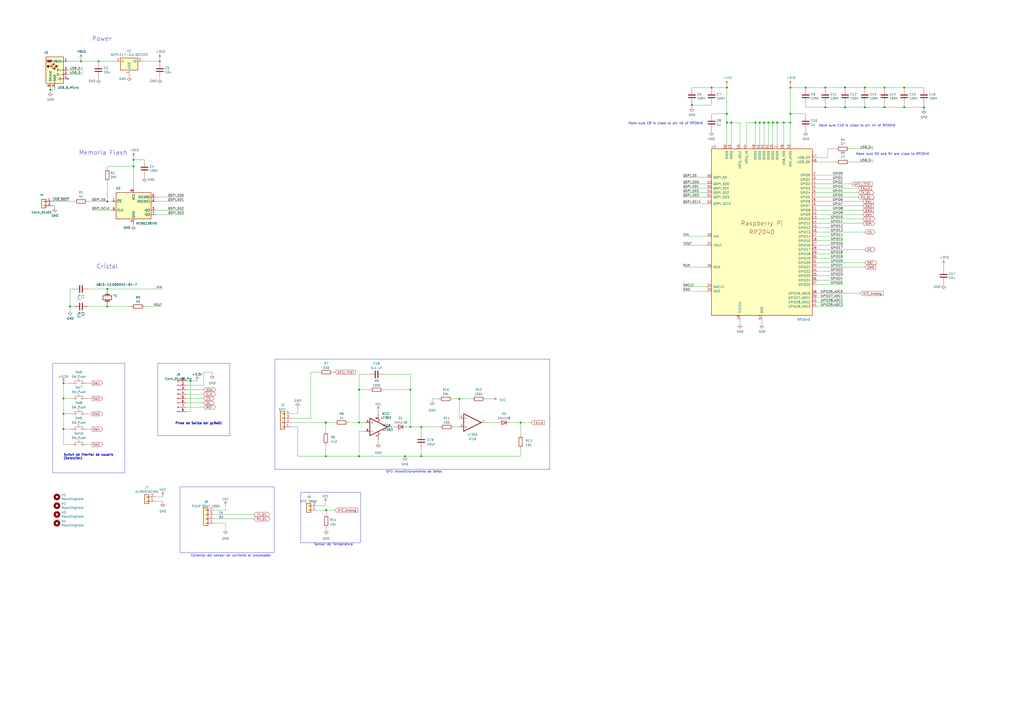
<source format=kicad_sch>
(kicad_sch (version 20230121) (generator eeschema)
  (paper "A2")
  (lib_symbols
    (symbol "Conn_01x20_Female_2" (pin_names (offset 1.016) hide)
      (property "Reference" "J2" (at 1.27 0.0001 0))
      (property "Value" "Conn_01x20_Female_2" (at 1.27 -2.5399 0))
      (symbol "Conn_01x20_Female_2_1_1"
        (pin passive line (at -5.08 -25.4 0) (length 3.81) (name "Pin_21") (number "21"))
        (pin passive line (at -5.08 -22.86 0) (length 3.81) (name "Pin_22") (number "22"))
        (pin passive line (at -5.08 -20.32 0) (length 3.81) (name "Pin_23") (number "23"))
        (pin passive line (at -5.08 -17.78 0) (length 3.81) (name "Pin_24") (number "24"))
        (pin passive line (at -5.08 -15.24 0) (length 3.81) (name "Pin_25") (number "25"))
        (pin passive line (at -5.08 -12.7 0) (length 3.81) (name "Pin_26") (number "26"))
        (pin passive line (at -5.08 -10.16 0) (length 3.81) (name "Pin_27") (number "27"))
        (pin passive line (at -5.08 -7.62 0) (length 3.81) (name "Pin_28") (number "28"))
        (pin passive line (at -5.08 -5.08 0) (length 3.81) (name "Pin_29") (number "29"))
        (pin passive line (at -5.08 -2.54 0) (length 3.81) (name "Pin_30") (number "30"))
        (pin passive line (at -5.08 0 0) (length 3.81) (name "Pin_31") (number "31"))
        (pin passive line (at -5.08 2.54 0) (length 3.81) (name "Pin_32") (number "32"))
        (pin passive line (at -5.08 5.08 0) (length 3.81) (name "Pin_33") (number "33"))
        (pin passive line (at -5.08 7.62 0) (length 3.81) (name "Pin_34") (number "34"))
        (pin passive line (at -5.08 10.16 0) (length 3.81) (name "Pin_35") (number "35"))
        (pin passive line (at -5.08 12.7 0) (length 3.81) (name "Pin_36") (number "36"))
        (pin passive line (at -5.08 15.24 0) (length 3.81) (name "Pin_37") (number "37"))
        (pin passive line (at -5.08 17.78 0) (length 3.81) (name "Pin_38") (number "38"))
        (pin passive line (at -5.08 20.32 0) (length 3.81) (name "Pin_39") (number "39"))
        (pin passive line (at -5.08 22.86 0) (length 3.81) (name "Pin_40") (number "40"))
      )
    )
    (symbol "Connector:Conn_01x08_Pin" (pin_names (offset 1.016) hide)
      (property "Reference" "J" (at 0 10.16 0))
      (property "Value" "Conn_01x08_Pin" (at 0 -12.7 0))
      (symbol "Conn_01x08_Pin_1_1"
        (pin passive line (at 5.08 7.62 180) (length 3.81) (name "Pin_1") (number "1"))
        (pin passive line (at 5.08 5.08 180) (length 3.81) (name "Pin_2") (number "2"))
        (pin passive line (at 5.08 2.54 180) (length 3.81) (name "Pin_3") (number "3"))
        (pin passive line (at 5.08 0 180) (length 3.81) (name "Pin_4") (number "4"))
        (pin passive line (at 5.08 -2.54 180) (length 3.81) (name "Pin_5") (number "5"))
        (pin passive line (at 5.08 -5.08 180) (length 3.81) (name "Pin_6") (number "6"))
        (pin passive line (at 5.08 -7.62 180) (length 3.81) (name "Pin_7") (number "7"))
        (pin passive line (at 5.08 -10.16 180) (length 3.81) (name "Pin_8") (number "8"))
      )
    )
    (symbol "Connector:Conn_01x20_Female" (pin_names (offset 1.016) hide)
      (property "Reference" "J" (at 0 25.4 0))
      (property "Value" "Conn_01x20_Female" (at 0 -27.94 0))
      (symbol "Conn_01x20_Female_1_1"
        (pin passive line (at -5.08 22.86 0) (length 3.81) (name "Pin_1") (number "1"))
        (pin passive line (at -5.08 0 0) (length 3.81) (name "Pin_10") (number "10"))
        (pin passive line (at -5.08 -2.54 0) (length 3.81) (name "Pin_11") (number "11"))
        (pin passive line (at -5.08 -5.08 0) (length 3.81) (name "Pin_12") (number "12"))
        (pin passive line (at -5.08 -7.62 0) (length 3.81) (name "Pin_13") (number "13"))
        (pin passive line (at -5.08 -10.16 0) (length 3.81) (name "Pin_14") (number "14"))
        (pin passive line (at -5.08 -12.7 0) (length 3.81) (name "Pin_15") (number "15"))
        (pin passive line (at -5.08 -15.24 0) (length 3.81) (name "Pin_16") (number "16"))
        (pin passive line (at -5.08 -17.78 0) (length 3.81) (name "Pin_17") (number "17"))
        (pin passive line (at -5.08 -20.32 0) (length 3.81) (name "Pin_18") (number "18"))
        (pin passive line (at -5.08 -22.86 0) (length 3.81) (name "Pin_19") (number "19"))
        (pin passive line (at -5.08 20.32 0) (length 3.81) (name "Pin_2") (number "2"))
        (pin passive line (at -5.08 -25.4 0) (length 3.81) (name "Pin_20") (number "20"))
        (pin passive line (at -5.08 17.78 0) (length 3.81) (name "Pin_3") (number "3"))
        (pin passive line (at -5.08 15.24 0) (length 3.81) (name "Pin_4") (number "4"))
        (pin passive line (at -5.08 12.7 0) (length 3.81) (name "Pin_5") (number "5"))
        (pin passive line (at -5.08 10.16 0) (length 3.81) (name "Pin_6") (number "6"))
        (pin passive line (at -5.08 7.62 0) (length 3.81) (name "Pin_7") (number "7"))
        (pin passive line (at -5.08 5.08 0) (length 3.81) (name "Pin_8") (number "8"))
        (pin passive line (at -5.08 2.54 0) (length 3.81) (name "Pin_9") (number "9"))
      )
    )
    (symbol "Connector_Generic:Conn_01x02" (pin_names (offset 1.016) hide)
      (property "Reference" "J" (at 0 2.54 0))
      (property "Value" "Conn_01x02" (at 0 -5.08 0))
      (symbol "Conn_01x02_1_1"
        (pin passive line (at -5.08 0 0) (length 3.81) (name "Pin_1") (number "1"))
        (pin passive line (at -5.08 -2.54 0) (length 3.81) (name "Pin_2") (number "2"))
      )
    )
    (symbol "Connector_Generic:Conn_01x04" (pin_names (offset 1.016) hide)
      (property "Reference" "J" (at 0 5.08 0))
      (property "Value" "Conn_01x04" (at 0 -7.62 0))
      (symbol "Conn_01x04_1_1"
        (pin passive line (at -5.08 2.54 0) (length 3.81) (name "Pin_1") (number "1"))
        (pin passive line (at -5.08 0 0) (length 3.81) (name "Pin_2") (number "2"))
        (pin passive line (at -5.08 -2.54 0) (length 3.81) (name "Pin_3") (number "3"))
        (pin passive line (at -5.08 -5.08 0) (length 3.81) (name "Pin_4") (number "4"))
      )
    )
    (symbol "Device:C" (pin_numbers hide) (pin_names (offset 0.254))
      (property "Reference" "C" (at 0.635 2.54 0))
      (property "Value" "C" (at 0.635 -2.54 0))
      (symbol "C_1_1"
        (pin passive line (at 0 3.81 270) (length 2.794) (name "~") (number "1"))
        (pin passive line (at 0 -3.81 90) (length 2.794) (name "~") (number "2"))
      )
    )
    (symbol "Device:Crystal" (pin_numbers hide) (pin_names (offset 1.016) hide)
      (property "Reference" "Y" (at 0 3.81 0))
      (property "Value" "Crystal" (at 0 -3.81 0))
      (symbol "Crystal_1_1"
        (pin passive line (at -3.81 0 0) (length 1.27) (name "1") (number "1"))
        (pin passive line (at 3.81 0 180) (length 1.27) (name "2") (number "2"))
      )
    )
    (symbol "Device:R" (pin_numbers hide) (pin_names (offset 0))
      (property "Reference" "R" (at 2.032 0 90))
      (property "Value" "R" (at 0 0 90))
      (symbol "R_1_1"
        (pin passive line (at 0 3.81 270) (length 1.27) (name "~") (number "1"))
        (pin passive line (at 0 -3.81 90) (length 1.27) (name "~") (number "2"))
      )
    )
    (symbol "Diode:1N4148" (pin_numbers hide) (pin_names hide)
      (property "Reference" "D" (at 0 2.54 0))
      (property "Value" "1N4148" (at 0 -2.54 0))
      (symbol "1N4148_1_1"
        (pin passive line (at -3.81 0 0) (length 2.54) (name "K") (number "1"))
        (pin passive line (at 3.81 0 180) (length 2.54) (name "A") (number "2"))
      )
    )
    (symbol "LF353:LF353" (pin_names (offset 1.016))
      (property "Reference" "IC" (at 0 0 0))
      (property "Value" "LF353" (at 0 0 0))
      (symbol "LF353_1_0"
        (text "V+" (at 1.27 3.175 900) (effects (font (size 0.8128 0.8128)) (justify left bottom)))
        (text "V-" (at 1.27 -4.445 900) (effects (font (size 0.8128 0.8128)) (justify left bottom)))
        (pin power_in line (at 0 -7.62 90) (length 5.08) (name "~") (number "4"))
        (pin power_in line (at 0 7.62 270) (length 5.08) (name "~") (number "8"))
      )
      (symbol "LF353_2_0"
        (pin output line (at 7.62 0 180) (length 2.54) (name "~") (number "1"))
        (pin input line (at -7.62 -2.54 0) (length 2.54) (name "~") (number "2"))
        (pin input line (at -7.62 2.54 0) (length 2.54) (name "~") (number "3"))
      )
      (symbol "LF353_3_0"
        (pin input line (at -7.62 2.54 0) (length 2.54) (name "~") (number "5"))
        (pin input line (at -7.62 -2.54 0) (length 2.54) (name "~") (number "6"))
        (pin output line (at 7.62 0 180) (length 2.54) (name "~") (number "7"))
      )
    )
    (symbol "MCU_RaspberryPi_RP2040:RP2040" (pin_names (offset 1.016))
      (property "Reference" "U" (at -29.21 49.53 0))
      (property "Value" "RP2040" (at 24.13 -49.53 0))
      (symbol "RP2040_0_0"
        (text "Raspberry Pi" (at 0 5.08 0) (effects (font (size 2.54 2.54))))
        (text "RP2040" (at 0 0 0) (effects (font (size 2.54 2.54))))
      )
      (symbol "RP2040_1_1"
        (pin power_in line (at 8.89 50.8 270) (length 2.54) (name "IOVDD") (number "1"))
        (pin power_in line (at 6.35 50.8 270) (length 2.54) (name "IOVDD") (number "10"))
        (pin bidirectional line (at 31.75 12.7 180) (length 2.54) (name "GPIO8") (number "11"))
        (pin bidirectional line (at 31.75 10.16 180) (length 2.54) (name "GPIO9") (number "12"))
        (pin bidirectional line (at 31.75 7.62 180) (length 2.54) (name "GPIO10") (number "13"))
        (pin bidirectional line (at 31.75 5.08 180) (length 2.54) (name "GPIO11") (number "14"))
        (pin bidirectional line (at 31.75 2.54 180) (length 2.54) (name "GPIO12") (number "15"))
        (pin bidirectional line (at 31.75 0 180) (length 2.54) (name "GPIO13") (number "16"))
        (pin bidirectional line (at 31.75 -2.54 180) (length 2.54) (name "GPIO14") (number "17"))
        (pin bidirectional line (at 31.75 -5.08 180) (length 2.54) (name "GPIO15") (number "18"))
        (pin passive line (at -12.7 -50.8 90) (length 2.54) (name "TESTEN") (number "19"))
        (pin bidirectional line (at 31.75 33.02 180) (length 2.54) (name "GPIO0") (number "2"))
        (pin input line (at -31.75 -2.54 0) (length 2.54) (name "XIN") (number "20"))
        (pin passive line (at -31.75 -7.62 0) (length 2.54) (name "XOUT") (number "21"))
        (pin power_in line (at 3.81 50.8 270) (length 2.54) (name "IOVDD") (number "22"))
        (pin power_in line (at -17.78 50.8 270) (length 2.54) (name "DVDD") (number "23"))
        (pin output line (at -31.75 -31.75 0) (length 2.54) (name "SWCLK") (number "24"))
        (pin bidirectional line (at -31.75 -34.29 0) (length 2.54) (name "SWD") (number "25"))
        (pin input line (at -31.75 -20.32 0) (length 2.54) (name "RUN") (number "26"))
        (pin bidirectional line (at 31.75 -7.62 180) (length 2.54) (name "GPIO16") (number "27"))
        (pin bidirectional line (at 31.75 -10.16 180) (length 2.54) (name "GPIO17") (number "28"))
        (pin bidirectional line (at 31.75 -12.7 180) (length 2.54) (name "GPIO18") (number "29"))
        (pin bidirectional line (at 31.75 30.48 180) (length 2.54) (name "GPIO1") (number "3"))
        (pin bidirectional line (at 31.75 -15.24 180) (length 2.54) (name "GPIO19") (number "30"))
        (pin bidirectional line (at 31.75 -17.78 180) (length 2.54) (name "GPIO20") (number "31"))
        (pin bidirectional line (at 31.75 -20.32 180) (length 2.54) (name "GPIO21") (number "32"))
        (pin power_in line (at 1.27 50.8 270) (length 2.54) (name "IOVDD") (number "33"))
        (pin bidirectional line (at 31.75 -22.86 180) (length 2.54) (name "GPIO22") (number "34"))
        (pin bidirectional line (at 31.75 -25.4 180) (length 2.54) (name "GPIO23") (number "35"))
        (pin bidirectional line (at 31.75 -27.94 180) (length 2.54) (name "GPIO24") (number "36"))
        (pin bidirectional line (at 31.75 -30.48 180) (length 2.54) (name "GPIO25") (number "37"))
        (pin bidirectional line (at 31.75 -35.56 180) (length 2.54) (name "GPIO26_ADC0") (number "38"))
        (pin bidirectional line (at 31.75 -38.1 180) (length 2.54) (name "GPIO27_ADC1") (number "39"))
        (pin bidirectional line (at 31.75 27.94 180) (length 2.54) (name "GPIO2") (number "4"))
        (pin bidirectional line (at 31.75 -40.64 180) (length 2.54) (name "GPIO28_ADC2") (number "40"))
        (pin bidirectional line (at 31.75 -43.18 180) (length 2.54) (name "GPIO29_ADC3") (number "41"))
        (pin power_in line (at -1.27 50.8 270) (length 2.54) (name "IOVDD") (number "42"))
        (pin power_in line (at 16.51 50.8 270) (length 2.54) (name "ADC_AVDD") (number "43"))
        (pin power_in line (at -8.89 50.8 270) (length 2.54) (name "VREG_IN") (number "44"))
        (pin power_out line (at -12.7 50.8 270) (length 2.54) (name "VREG_VOUT") (number "45"))
        (pin bidirectional line (at 31.75 40.64 180) (length 2.54) (name "USB_DM") (number "46"))
        (pin bidirectional line (at 31.75 43.18 180) (length 2.54) (name "USB_DP") (number "47"))
        (pin power_in line (at 12.7 50.8 270) (length 2.54) (name "USB_VDD") (number "48"))
        (pin power_in line (at -3.81 50.8 270) (length 2.54) (name "IOVDD") (number "49"))
        (pin bidirectional line (at 31.75 25.4 180) (length 2.54) (name "GPIO3") (number "5"))
        (pin power_in line (at -20.32 50.8 270) (length 2.54) (name "DVDD") (number "50"))
        (pin bidirectional line (at -31.75 20.32 0) (length 2.54) (name "QSPI_SD3") (number "51"))
        (pin output line (at -31.75 16.51 0) (length 2.54) (name "QSPI_SCLK") (number "52"))
        (pin bidirectional line (at -31.75 27.94 0) (length 2.54) (name "QSPI_SD0") (number "53"))
        (pin bidirectional line (at -31.75 22.86 0) (length 2.54) (name "QSPI_SD2") (number "54"))
        (pin bidirectional line (at -31.75 25.4 0) (length 2.54) (name "QSPI_SD1") (number "55"))
        (pin bidirectional line (at -31.75 31.75 0) (length 2.54) (name "QSPI_SS") (number "56"))
        (pin power_in line (at 0 -50.8 90) (length 2.54) (name "GND") (number "57"))
        (pin bidirectional line (at 31.75 22.86 180) (length 2.54) (name "GPIO4") (number "6"))
        (pin bidirectional line (at 31.75 20.32 180) (length 2.54) (name "GPIO5") (number "7"))
        (pin bidirectional line (at 31.75 17.78 180) (length 2.54) (name "GPIO6") (number "8"))
        (pin bidirectional line (at 31.75 15.24 180) (length 2.54) (name "GPIO7") (number "9"))
      )
    )
    (symbol "Mechanical:MountingHole" (pin_names (offset 1.016))
      (property "Reference" "H" (at 0 5.08 0))
      (property "Value" "MountingHole" (at 0 3.175 0))
    )
    (symbol "RP2040_minimal-rescue:USB_B_Micro-Connector" (pin_names (offset 1.016))
      (property "Reference" "J" (at -5.08 11.43 0))
      (property "Value" "Connector_USB_B_Micro" (at -5.08 8.89 0))
      (symbol "USB_B_Micro-Connector_1_1"
        (pin power_out line (at 7.62 5.08 180) (length 2.54) (name "VBUS") (number "1"))
        (pin passive line (at 7.62 -2.54 180) (length 2.54) (name "D-") (number "2"))
        (pin passive line (at 7.62 0 180) (length 2.54) (name "D+") (number "3"))
        (pin passive line (at 7.62 -5.08 180) (length 2.54) (name "ID") (number "4"))
        (pin power_out line (at 0 -10.16 90) (length 2.54) (name "GND") (number "5"))
        (pin passive line (at -2.54 -10.16 90) (length 2.54) (name "Shield") (number "6"))
      )
    )
    (symbol "RP2040_minimal-rescue:W25Q128JVS-Memory_Flash"
      (property "Reference" "U" (at -8.89 8.89 0))
      (property "Value" "Memory_Flash_W25Q128JVS" (at 7.62 8.89 0))
      (symbol "W25Q128JVS-Memory_Flash_1_1"
        (pin input line (at -12.7 2.54 0) (length 2.54) (name "~{CS}") (number "1"))
        (pin bidirectional line (at 12.7 2.54 180) (length 2.54) (name "DO(IO1)") (number "2"))
        (pin bidirectional line (at 12.7 -2.54 180) (length 2.54) (name "IO2") (number "3"))
        (pin power_in line (at 0 -10.16 90) (length 2.54) (name "GND") (number "4"))
        (pin bidirectional line (at 12.7 5.08 180) (length 2.54) (name "DI(IO0)") (number "5"))
        (pin input line (at -12.7 -2.54 0) (length 2.54) (name "CLK") (number "6"))
        (pin bidirectional line (at 12.7 -5.08 180) (length 2.54) (name "IO3") (number "7"))
        (pin power_in line (at 0 10.16 270) (length 2.54) (name "VCC") (number "8"))
      )
    )
    (symbol "Regulator_Linear:NCP1117-3.3_SOT223"
      (property "Reference" "U" (at -3.81 3.175 0))
      (property "Value" "NCP1117-3.3_SOT223" (at 0 3.175 0))
      (symbol "NCP1117-3.3_SOT223_1_1"
        (pin power_in line (at 0 -7.62 90) (length 2.54) (name "GND") (number "1"))
        (pin power_out line (at 7.62 0 180) (length 2.54) (name "VO") (number "2"))
        (pin power_in line (at -7.62 0 0) (length 2.54) (name "VI") (number "3"))
      )
    )
    (symbol "Switch:SW_Push" (pin_numbers hide) (pin_names (offset 1.016) hide)
      (property "Reference" "SW" (at 1.27 2.54 0))
      (property "Value" "SW_Push" (at 0 -1.524 0))
      (symbol "SW_Push_0_1"
        (pin passive line (at -5.08 0 0) (length 2.54) (name "1") (number "1"))
        (pin passive line (at 5.08 0 180) (length 2.54) (name "2") (number "2"))
      )
    )
    (symbol "power:+1V1" (power) (pin_names (offset 0))
      (property "Value" "+1V1" (at 0 3.556 0))
      (symbol "+1V1_1_1"
        (pin power_in line (at 0 0 90) (length 0) hide (name "+1V1") (number "1"))
      )
    )
    (symbol "power:+3.3V" (power) (pin_names (offset 0))
      (property "Value" "+3.3V" (at 0 3.556 0))
      (symbol "+3.3V_1_1"
        (pin power_in line (at 0 0 90) (length 0) hide (name "+3.3V") (number "1"))
      )
    )
    (symbol "power:+3V3" (power) (pin_names (offset 0))
      (property "Value" "+3V3" (at 0 3.556 0))
      (symbol "+3V3_1_1"
        (pin power_in line (at 0 0 90) (length 0) hide (name "+3V3") (number "1"))
      )
    )
    (symbol "power:+5V" (power) (pin_names (offset 0))
      (property "Value" "+5V" (at 0 3.556 0))
      (symbol "+5V_1_1"
        (pin power_in line (at 0 0 90) (length 0) hide (name "+5V") (number "1"))
      )
    )
    (symbol "power:GND" (power) (pin_names (offset 0))
      (property "Value" "GND" (at 0 -3.81 0))
      (symbol "GND_1_1"
        (pin power_in line (at 0 0 270) (length 0) hide (name "GND") (number "1"))
      )
    )
    (symbol "power:VBUS" (power) (pin_names (offset 0))
      (property "Value" "VBUS" (at 0 3.81 0))
      (symbol "VBUS_1_1"
        (pin power_in line (at 0 0 90) (length 0) hide (name "VBUS") (number "1"))
      )
    )
    (symbol "power:VCC" (power) (pin_names (offset 0))
      (property "Value" "VCC" (at 0 3.81 0))
      (symbol "VCC_1_1"
        (pin power_in line (at 0 0 90) (length 0) hide (name "VCC") (number "1"))
      )
    )
  )
  (junction (at 266.446 231.394))
  (junction (at 77.47 96.52))
  (junction (at 189.23 295.91))
  (junction (at 208.28 226.06))
  (junction (at 77.47 92.71))
  (junction (at 448.31 71.12))
  (junction (at 438.15 71.12))
  (junction (at 92.71 35.56))
  (junction (at 29.21 52.07))
  (junction (at 443.23 71.12))
  (junction (at 40.64 177.8))
  (junction (at 490.22 62.23))
  (junction (at 208.28 264.668))
  (junction (at 424.18 71.12))
  (junction (at 440.69 71.12))
  (junction (at 421.64 66.04))
  (junction (at 454.66 71.12))
  (junction (at 421.64 71.12))
  (junction (at 234.95 264.668))
  (junction (at 244.348 264.668))
  (junction (at 401.32 60.96))
  (junction (at 513.08 50.8))
  (junction (at 524.51 50.8))
  (junction (at 62.23 177.8))
  (junction (at 57.15 35.56))
  (junction (at 302.006 245.11))
  (junction (at 458.47 66.04))
  (junction (at 445.77 71.12))
  (junction (at 36.83 231.14))
  (junction (at 36.83 248.92))
  (junction (at 490.22 50.8))
  (junction (at 62.23 167.64))
  (junction (at 421.64 50.8))
  (junction (at 450.85 71.12))
  (junction (at 188.976 264.668))
  (junction (at 467.36 50.8))
  (junction (at 524.51 62.23))
  (junction (at 36.83 222.25))
  (junction (at 110.49 220.98))
  (junction (at 244.348 247.65))
  (junction (at 36.83 240.03))
  (junction (at 458.47 50.8))
  (junction (at 535.94 62.23))
  (junction (at 62.23 116.84))
  (junction (at 458.47 71.12))
  (junction (at 501.65 50.8))
  (junction (at 501.65 62.23))
  (junction (at 478.79 50.8))
  (junction (at 238.125 226.06))
  (junction (at 478.79 62.23))
  (junction (at 238.125 247.65))
  (junction (at 412.75 50.8))
  (junction (at 188.976 245.11))
  (junction (at 46.99 35.56))
  (junction (at 513.08 62.23))
  (junction (at 208.28 245.11))
  (no_connect (at 39.37 45.72))
  (wire (pts (xy 410.21 166.37) (xy 396.24 166.37)))
  (wire (pts (xy 852.17 523.24) (xy 852.17 524.51)))
  (wire (pts (xy 130.81 293.37) (xy 130.81 295.91)))
  (wire (pts (xy 401.32 52.07) (xy 401.32 50.8)))
  (wire (pts (xy 501.65 59.69) (xy 501.65 62.23)))
  (wire (pts (xy 501.65 62.23) (xy 490.22 62.23)))
  (wire (pts (xy 450.85 71.12) (xy 454.66 71.12)))
  (wire (pts (xy 36.83 240.03) (xy 36.83 248.92)))
  (wire (pts (xy 421.64 50.8) (xy 421.64 66.04)))
  (wire (pts (xy 118.11 223.52) (xy 118.11 215.9)))
  (wire (pts (xy 222.25 226.06) (xy 238.125 226.06)))
  (wire (pts (xy 473.71 170.18) (xy 499.11 170.18)))
  (wire (pts (xy 396.24 109.22) (xy 410.21 109.22)))
  (wire (pts (xy 222.25 217.17) (xy 238.125 217.17)))
  (wire (pts (xy 490.22 52.07) (xy 490.22 50.8)))
  (wire (pts (xy 189.23 306.07) (xy 189.23 307.34)))
  (wire (pts (xy 802.64 534.67) (xy 812.8 534.67)))
  (wire (pts (xy 40.64 177.8) (xy 40.64 180.34)))
  (wire (pts (xy 473.71 93.98) (xy 485.14 93.98)))
  (wire (pts (xy 208.28 226.06) (xy 208.28 217.17)))
  (wire (pts (xy 39.37 35.56) (xy 46.99 35.56)))
  (wire (pts (xy 74.93 43.18) (xy 74.93 44.45)))
  (wire (pts (xy 62.23 96.52) (xy 77.47 96.52)))
  (wire (pts (xy 473.71 175.26) (xy 488.95 175.26)))
  (wire (pts (xy 266.446 231.394) (xy 266.446 242.57)))
  (wire (pts (xy 36.83 231.14) (xy 36.83 222.25)))
  (wire (pts (xy 50.8 231.14) (xy 53.34 231.14)))
  (wire (pts (xy 473.71 152.4) (xy 501.65 152.4)))
  (wire (pts (xy 92.71 44.45) (xy 92.71 45.72)))
  (wire (pts (xy 859.79 527.05) (xy 855.98 527.05)))
  (wire (pts (xy 473.71 101.6) (xy 488.95 101.6)))
  (wire (pts (xy 401.32 59.69) (xy 401.32 60.96)))
  (wire (pts (xy 62.23 177.8) (xy 76.2 177.8)))
  (wire (pts (xy 302.006 245.11) (xy 308.102 245.11)))
  (wire (pts (xy 501.65 52.07) (xy 501.65 50.8)))
  (wire (pts (xy 107.95 228.6) (xy 118.11 228.6)))
  (wire (pts (xy 424.18 71.12) (xy 421.64 71.12)))
  (wire (pts (xy 410.21 118.11) (xy 396.24 118.11)))
  (wire (pts (xy 847.09 554.99) (xy 847.09 552.45)))
  (wire (pts (xy 107.95 226.06) (xy 118.11 226.06)))
  (wire (pts (xy 535.94 59.69) (xy 535.94 62.23)))
  (wire (pts (xy 473.71 154.94) (xy 501.65 154.94)))
  (wire (pts (xy 30.48 119.38) (xy 31.75 119.38)))
  (wire (pts (xy 806.45 516.89) (xy 812.8 516.89)))
  (wire (pts (xy 107.95 231.14) (xy 118.11 231.14)))
  (wire (pts (xy 473.71 114.3) (xy 497.84 114.3)))
  (wire (pts (xy 802.64 529.59) (xy 812.8 529.59)))
  (wire (pts (xy 53.34 121.92) (xy 64.77 121.92)))
  (wire (pts (xy 90.17 288.29) (xy 94.361 288.29)))
  (wire (pts (xy 473.71 134.62) (xy 501.65 134.62)))
  (wire (pts (xy 50.8 248.92) (xy 53.34 248.92)))
  (wire (pts (xy 473.71 106.68) (xy 494.03 106.68)))
  (wire (pts (xy 429.26 185.42) (xy 429.26 187.96)))
  (wire (pts (xy 188.976 245.11) (xy 194.31 245.11)))
  (wire (pts (xy 281.432 231.394) (xy 285.496 231.394)))
  (wire (pts (xy 39.37 43.18) (xy 48.26 43.18)))
  (wire (pts (xy 40.64 257.81) (xy 36.83 257.81)))
  (wire (pts (xy 62.23 168.91) (xy 62.23 167.64)))
  (wire (pts (xy 208.28 226.06) (xy 214.63 226.06)))
  (wire (pts (xy 83.82 101.6) (xy 83.82 102.87)))
  (wire (pts (xy 857.25 542.29) (xy 859.79 542.29)))
  (wire (pts (xy 803.91 519.43) (xy 812.8 519.43)))
  (wire (pts (xy 547.37 163.83) (xy 547.37 165.1)))
  (wire (pts (xy 467.36 50.8) (xy 478.79 50.8)))
  (wire (pts (xy 83.82 177.8) (xy 93.98 177.8)))
  (wire (pts (xy 396.24 137.16) (xy 410.21 137.16)))
  (wire (pts (xy 490.22 62.23) (xy 478.79 62.23)))
  (wire (pts (xy 547.37 153.67) (xy 547.37 156.21)))
  (wire (pts (xy 401.32 60.96) (xy 401.32 62.23)))
  (wire (pts (xy 445.77 71.12) (xy 448.31 71.12)))
  (wire (pts (xy 448.31 71.12) (xy 450.85 71.12)))
  (wire (pts (xy 168.91 247.65) (xy 172.72 247.65)))
  (wire (pts (xy 254.762 231.394) (xy 250.698 231.394)))
  (wire (pts (xy 524.51 62.23) (xy 513.08 62.23)))
  (wire (pts (xy 90.17 116.84) (xy 106.68 116.84)))
  (wire (pts (xy 296.164 245.11) (xy 302.006 245.11)))
  (wire (pts (xy 473.71 144.78) (xy 501.65 144.78)))
  (wire (pts (xy 124.46 300.99) (xy 147.32 300.99)))
  (wire (pts (xy 40.64 248.92) (xy 36.83 248.92)))
  (wire (pts (xy 40.64 231.14) (xy 36.83 231.14)))
  (wire (pts (xy 473.71 104.14) (xy 488.95 104.14)))
  (wire (pts (xy 433.07 71.12) (xy 438.15 71.12)))
  (wire (pts (xy 92.71 36.83) (xy 92.71 35.56)))
  (wire (pts (xy 396.24 111.76) (xy 410.21 111.76)))
  (wire (pts (xy 857.25 544.83) (xy 859.79 544.83)))
  (wire (pts (xy 842.01 539.75) (xy 859.79 539.75)))
  (wire (pts (xy 219.456 238.252) (xy 219.456 240.03)))
  (wire (pts (xy 802.64 537.21) (xy 812.8 537.21)))
  (wire (pts (xy 40.64 167.64) (xy 40.64 177.8)))
  (wire (pts (xy 302.006 245.11) (xy 302.006 252.476)))
  (wire (pts (xy 168.91 242.57) (xy 180.34 242.57)))
  (wire (pts (xy 458.47 50.8) (xy 467.36 50.8)))
  (wire (pts (xy 57.15 36.83) (xy 57.15 35.56)))
  (wire (pts (xy 478.79 59.69) (xy 478.79 62.23)))
  (wire (pts (xy 412.75 67.31) (xy 412.75 66.04)))
  (wire (pts (xy 787.4 539.75) (xy 812.8 539.75)))
  (wire (pts (xy 189.23 295.91) (xy 194.31 295.91)))
  (wire (pts (xy 440.69 83.82) (xy 440.69 71.12)))
  (wire (pts (xy 492.76 86.36) (xy 506.73 86.36)))
  (wire (pts (xy 410.21 102.87) (xy 396.24 102.87)))
  (wire (pts (xy 238.125 226.06) (xy 238.125 247.65)))
  (wire (pts (xy 441.96 185.42) (xy 441.96 187.96)))
  (wire (pts (xy 281.686 245.11) (xy 288.544 245.11)))
  (wire (pts (xy 847.09 552.45) (xy 859.79 552.45)))
  (wire (pts (xy 421.64 71.12) (xy 421.64 83.82)))
  (wire (pts (xy 234.95 264.668) (xy 244.348 264.668)))
  (wire (pts (xy 524.51 62.23) (xy 535.94 62.23)))
  (wire (pts (xy 180.34 215.9) (xy 180.34 242.57)))
  (wire (pts (xy 50.8 116.84) (xy 62.23 116.84)))
  (wire (pts (xy 855.98 523.24) (xy 852.17 523.24)))
  (wire (pts (xy 77.47 92.71) (xy 77.47 96.52)))
  (wire (pts (xy 443.23 71.12) (xy 445.77 71.12)))
  (wire (pts (xy 43.18 177.8) (xy 40.64 177.8)))
  (wire (pts (xy 473.71 139.7) (xy 488.95 139.7)))
  (wire (pts (xy 480.06 86.36) (xy 485.14 86.36)))
  (wire (pts (xy 412.75 50.8) (xy 421.64 50.8)))
  (wire (pts (xy 473.71 124.46) (xy 500.38 124.46)))
  (wire (pts (xy 473.71 111.76) (xy 497.84 111.76)))
  (wire (pts (xy 412.75 74.93) (xy 412.75 76.2)))
  (wire (pts (xy 458.47 66.04) (xy 467.36 66.04)))
  (wire (pts (xy 50.8 257.81) (xy 53.34 257.81)))
  (wire (pts (xy 110.49 238.76) (xy 110.49 220.98)))
  (wire (pts (xy 124.46 298.45) (xy 147.32 298.45)))
  (wire (pts (xy 57.15 44.45) (xy 57.15 45.72)))
  (wire (pts (xy 396.24 114.3) (xy 410.21 114.3)))
  (wire (pts (xy 172.72 264.668) (xy 188.976 264.668)))
  (wire (pts (xy 208.28 250.19) (xy 208.28 264.668)))
  (wire (pts (xy 211.963 245.11) (xy 208.28 245.11)))
  (wire (pts (xy 524.51 50.8) (xy 535.94 50.8)))
  (wire (pts (xy 473.71 109.22) (xy 497.84 109.22)))
  (wire (pts (xy 473.71 160.02) (xy 488.95 160.02)))
  (wire (pts (xy 244.348 264.668) (xy 302.006 264.668)))
  (wire (pts (xy 448.31 83.82) (xy 448.31 71.12)))
  (wire (pts (xy 807.72 552.45) (xy 812.8 552.45)))
  (wire (pts (xy 421.64 66.04) (xy 421.64 71.12)))
  (wire (pts (xy 83.82 93.98) (xy 83.82 92.71)))
  (wire (pts (xy 438.15 83.82) (xy 438.15 71.12)))
  (wire (pts (xy 43.18 116.84) (xy 30.48 116.84)))
  (wire (pts (xy 107.95 236.22) (xy 118.11 236.22)))
  (wire (pts (xy 208.28 264.668) (xy 234.95 264.668)))
  (wire (pts (xy 46.99 34.29) (xy 46.99 35.56)))
  (wire (pts (xy 124.46 303.53) (xy 130.81 303.53)))
  (wire (pts (xy 429.26 71.12) (xy 424.18 71.12)))
  (wire (pts (xy 513.08 50.8) (xy 524.51 50.8)))
  (wire (pts (xy 473.71 157.48) (xy 488.95 157.48)))
  (wire (pts (xy 480.06 86.36) (xy 480.06 91.44)))
  (wire (pts (xy 50.8 167.64) (xy 62.23 167.64)))
  (wire (pts (xy 473.71 116.84) (xy 500.38 116.84)))
  (wire (pts (xy 90.17 124.46) (xy 106.68 124.46)))
  (wire (pts (xy 473.71 119.38) (xy 500.38 119.38)))
  (wire (pts (xy 857.25 554.99) (xy 859.79 554.99)))
  (wire (pts (xy 107.95 233.68) (xy 118.11 233.68)))
  (wire (pts (xy 421.64 49.53) (xy 421.64 50.8)))
  (wire (pts (xy 236.22 247.65) (xy 238.125 247.65)))
  (wire (pts (xy 787.4 541.02) (xy 787.4 539.75)))
  (wire (pts (xy 31.75 50.8) (xy 31.75 52.07)))
  (wire (pts (xy 90.17 114.3) (xy 106.68 114.3)))
  (wire (pts (xy 302.006 264.668) (xy 302.006 260.096)))
  (wire (pts (xy 62.23 167.64) (xy 93.98 167.64)))
  (wire (pts (xy 188.976 250.444) (xy 188.976 245.11)))
  (wire (pts (xy 208.28 250.19) (xy 211.963 250.19)))
  (wire (pts (xy 31.75 119.38) (xy 31.75 120.65)))
  (wire (pts (xy 208.28 217.17) (xy 214.63 217.17)))
  (wire (pts (xy 478.79 50.8) (xy 490.22 50.8)))
  (wire (pts (xy 458.47 71.12) (xy 458.47 83.82)))
  (wire (pts (xy 396.24 106.68) (xy 410.21 106.68)))
  (wire (pts (xy 107.95 220.98) (xy 110.49 220.98)))
  (wire (pts (xy 473.71 165.1) (xy 488.95 165.1)))
  (wire (pts (xy 787.4 514.35) (xy 812.8 514.35)))
  (wire (pts (xy 473.71 177.8) (xy 488.95 177.8)))
  (wire (pts (xy 803.91 524.51) (xy 812.8 524.51)))
  (wire (pts (xy 855.98 532.13) (xy 859.79 532.13)))
  (wire (pts (xy 180.34 215.9) (xy 185.42 215.9)))
  (wire (pts (xy 467.36 67.31) (xy 467.36 66.04)))
  (wire (pts (xy 450.85 71.12) (xy 450.85 83.82)))
  (wire (pts (xy 238.125 217.17) (xy 238.125 226.06)))
  (wire (pts (xy 36.83 231.14) (xy 36.83 240.03)))
  (wire (pts (xy 184.15 295.91) (xy 189.23 295.91)))
  (wire (pts (xy 193.04 215.9) (xy 194.31 215.9)))
  (wire (pts (xy 90.17 121.92) (xy 106.68 121.92)))
  (wire (pts (xy 473.71 172.72) (xy 488.95 172.72)))
  (wire (pts (xy 29.21 52.07) (xy 29.21 53.34)))
  (wire (pts (xy 77.47 91.44) (xy 77.47 92.71)))
  (wire (pts (xy 424.18 83.82) (xy 424.18 71.12)))
  (wire (pts (xy 473.71 129.54) (xy 500.38 129.54)))
  (wire (pts (xy 412.75 52.07) (xy 412.75 50.8)))
  (wire (pts (xy 92.71 35.56) (xy 92.71 34.29)))
  (wire (pts (xy 36.83 248.92) (xy 36.83 257.81)))
  (wire (pts (xy 82.55 35.56) (xy 92.71 35.56)))
  (wire (pts (xy 94.488 290.83) (xy 90.17 290.83)))
  (wire (pts (xy 31.75 52.07) (xy 29.21 52.07)))
  (wire (pts (xy 50.8 240.03) (xy 53.34 240.03)))
  (wire (pts (xy 478.79 52.07) (xy 478.79 50.8)))
  (wire (pts (xy 492.76 93.98) (xy 506.73 93.98)))
  (wire (pts (xy 787.4 514.35) (xy 787.4 515.62)))
  (wire (pts (xy 43.18 167.64) (xy 40.64 167.64)))
  (wire (pts (xy 401.32 60.96) (xy 412.75 60.96)))
  (wire (pts (xy 238.125 247.65) (xy 244.348 247.65)))
  (wire (pts (xy 473.71 137.16) (xy 488.95 137.16)))
  (wire (pts (xy 803.91 521.97) (xy 812.8 521.97)))
  (wire (pts (xy 458.47 49.53) (xy 458.47 50.8)))
  (wire (pts (xy 787.4 527.05) (xy 812.8 527.05)))
  (wire (pts (xy 62.23 116.84) (xy 64.77 116.84)))
  (wire (pts (xy 855.98 527.05) (xy 855.98 523.24)))
  (wire (pts (xy 458.47 50.8) (xy 458.47 66.04)))
  (wire (pts (xy 438.15 71.12) (xy 440.69 71.12)))
  (wire (pts (xy 118.11 215.9) (xy 123.19 215.9)))
  (wire (pts (xy 130.81 295.91) (xy 124.46 295.91)))
  (wire (pts (xy 802.64 532.13) (xy 812.8 532.13)))
  (wire (pts (xy 802.64 549.91) (xy 812.8 549.91)))
  (wire (pts (xy 123.19 215.9) (xy 123.19 217.17)))
  (wire (pts (xy 473.71 162.56) (xy 488.95 162.56)))
  (wire (pts (xy 62.23 176.53) (xy 62.23 177.8)))
  (wire (pts (xy 50.8 177.8) (xy 62.23 177.8)))
  (wire (pts (xy 490.22 50.8) (xy 501.65 50.8)))
  (wire (pts (xy 473.71 147.32) (xy 488.95 147.32)))
  (wire (pts (xy 244.348 247.65) (xy 255.27 247.65)))
  (wire (pts (xy 188.849 291.719) (xy 188.849 293.37)))
  (wire (pts (xy 110.49 220.98) (xy 114.3 220.98)))
  (wire (pts (xy 40.64 240.03) (xy 36.83 240.03)))
  (wire (pts (xy 188.976 258.064) (xy 188.976 264.668)))
  (wire (pts (xy 188.976 264.668) (xy 208.28 264.668)))
  (wire (pts (xy 130.81 303.53) (xy 130.81 307.34)))
  (wire (pts (xy 842.01 541.02) (xy 842.01 539.75)))
  (wire (pts (xy 262.382 231.394) (xy 266.446 231.394)))
  (wire (pts (xy 168.91 245.11) (xy 188.976 245.11)))
  (wire (pts (xy 859.79 505.46) (xy 859.79 509.27)))
  (wire (pts (xy 244.348 247.65) (xy 244.348 251.968)))
  (wire (pts (xy 473.71 121.92) (xy 500.38 121.92)))
  (wire (pts (xy 94.488 291.465) (xy 94.488 290.83)))
  (wire (pts (xy 266.446 231.394) (xy 273.812 231.394)))
  (wire (pts (xy 410.21 168.91) (xy 396.24 168.91)))
  (wire (pts (xy 467.36 52.07) (xy 467.36 50.8)))
  (wire (pts (xy 244.348 259.588) (xy 244.348 264.668)))
  (wire (pts (xy 39.37 40.64) (xy 48.26 40.64)))
  (wire (pts (xy 168.91 240.03) (xy 172.72 240.03)))
  (wire (pts (xy 67.31 35.56) (xy 57.15 35.56)))
  (wire (pts (xy 524.51 52.07) (xy 524.51 50.8)))
  (wire (pts (xy 443.23 83.82) (xy 443.23 71.12)))
  (wire (pts (xy 513.08 52.07) (xy 513.08 50.8)))
  (wire (pts (xy 524.51 59.69) (xy 524.51 62.23)))
  (wire (pts (xy 433.07 83.82) (xy 433.07 71.12)))
  (wire (pts (xy 787.4 528.32) (xy 787.4 527.05)))
  (wire (pts (xy 473.71 149.86) (xy 488.95 149.86)))
  (wire (pts (xy 62.23 97.79) (xy 62.23 96.52)))
  (wire (pts (xy 807.72 554.99) (xy 807.72 552.45)))
  (wire (pts (xy 454.66 71.12) (xy 458.47 71.12)))
  (wire (pts (xy 501.65 50.8) (xy 513.08 50.8)))
  (wire (pts (xy 83.82 92.71) (xy 77.47 92.71)))
  (wire (pts (xy 46.99 35.56) (xy 57.15 35.56)))
  (wire (pts (xy 490.22 59.69) (xy 490.22 62.23)))
  (wire (pts (xy 513.08 59.69) (xy 513.08 62.23)))
  (wire (pts (xy 429.26 83.82) (xy 429.26 71.12)))
  (wire (pts (xy 454.66 83.82) (xy 454.66 71.12)))
  (wire (pts (xy 219.456 255.27) (xy 219.456 257.048)))
  (wire (pts (xy 535.94 62.23) (xy 535.94 63.5)))
  (wire (pts (xy 478.79 62.23) (xy 467.36 62.23)))
  (wire (pts (xy 473.71 91.44) (xy 480.06 91.44)))
  (wire (pts (xy 94.361 288.29) (xy 94.361 287.909)))
  (wire (pts (xy 412.75 66.04) (xy 421.64 66.04)))
  (wire (pts (xy 262.89 247.65) (xy 266.446 247.65)))
  (wire (pts (xy 401.32 50.8) (xy 412.75 50.8)))
  (wire (pts (xy 410.21 154.94) (xy 396.24 154.94)))
  (wire (pts (xy 802.64 544.83) (xy 812.8 544.83)))
  (wire (pts (xy 445.77 83.82) (xy 445.77 71.12)))
  (wire (pts (xy 184.15 293.37) (xy 188.849 293.37)))
  (wire (pts (xy 201.93 245.11) (xy 208.28 245.11)))
  (wire (pts (xy 513.08 62.23) (xy 501.65 62.23)))
  (wire (pts (xy 473.71 132.08) (xy 488.95 132.08)))
  (wire (pts (xy 29.21 50.8) (xy 29.21 52.07)))
  (wire (pts (xy 50.8 222.25) (xy 53.34 222.25)))
  (wire (pts (xy 107.95 238.76) (xy 110.49 238.76)))
  (wire (pts (xy 412.75 60.96) (xy 412.75 59.69)))
  (wire (pts (xy 535.94 52.07) (xy 535.94 50.8)))
  (wire (pts (xy 473.71 127) (xy 500.38 127)))
  (wire (pts (xy 250.698 231.394) (xy 250.698 232.664)))
  (wire (pts (xy 458.47 66.04) (xy 458.47 71.12)))
  (wire (pts (xy 172.72 240.03) (xy 172.72 236.22)))
  (wire (pts (xy 410.21 142.24) (xy 396.24 142.24)))
  (wire (pts (xy 77.47 129.54) (xy 77.47 130.81)))
  (wire (pts (xy 62.23 105.41) (xy 62.23 116.84)))
  (wire (pts (xy 467.36 59.69) (xy 467.36 62.23)))
  (wire (pts (xy 77.47 96.52) (xy 77.47 109.22)))
  (wire (pts (xy 189.23 298.45) (xy 189.23 295.91)))
  (wire (pts (xy 36.83 222.25) (xy 40.64 222.25)))
  (wire (pts (xy 440.69 71.12) (xy 443.23 71.12)))
  (wire (pts (xy 172.72 247.65) (xy 172.72 264.668)))
  (wire (pts (xy 473.71 142.24) (xy 488.95 142.24)))
  (wire (pts (xy 802.64 542.29) (xy 812.8 542.29)))
  (wire (pts (xy 107.95 223.52) (xy 118.11 223.52)))
  (wire (pts (xy 208.28 226.06) (xy 208.28 245.11)))
  (wire (pts (xy 467.36 74.93) (xy 467.36 76.2)))
  (wire (pts (xy 227.203 247.65) (xy 228.6 247.65)))
  (rectangle (start 91.44 210.82) (end 133.35 252.73))
  (rectangle (start 159.4612 208.3054) (end 318.8462 272.288))
  (rectangle (start 30.48 210.82) (end 72.39 274.32))
  (rectangle (start 781.05 499.11) (end 887.73 577.85))
  (rectangle (start 104.394 282.448) (end 159.004 320.548))
  (rectangle (start 174.371 285.496) (end 209.169 314.833))
  (text "RX" (at 127 300.99 0) (effects (font (size 1.27 1.27)) (justify left bottom)))
  (text "Power" (at 53.34 24.13 0) (effects (font (size 2.54 2.54)) (justify left bottom)))
  (text "Switch de interfaz de usuario\n(Selección)" (at 36.83 266.7 0) (effects (font (size 1.27 1.27) bold) (justify left bottom)))
  (text "Make sure C10 is close to pin 44 of RP2040" (at 474.98 73.66 0) (effects (font (size 1.27 1.27)) (justify left bottom)))
  (text "Make sure C8 is close to pin 45 of RP2040" (at 364.49 72.39 0) (effects (font (size 1.27 1.27)) (justify left bottom)))
  (text "GFCI Acondicionamiento de Señal" (at 223.9518 274.447 0) (effects (font (size 1.27 1.27)) (justify left bottom)))
  (text "Make sure R3 and R4 are close to RP2040" (at 496.57 90.17 0) (effects (font (size 1.27 1.27)) (justify left bottom)))
  (text "Sensor de Temperatura" (at 182.245 316.611 0) (effects (font (size 1.27 1.27)) (justify left bottom)))
  (text "Memoria Flash" (at 45.72 90.17 0) (effects (font (size 2.54 2.54)) (justify left bottom)))
  (text "Pines de Salida del gc9a01" (at 101.6 246.38 0) (effects (font (size 1.27 1.27) (thickness 0.254) bold) (justify left bottom)))
  (text "TX" (at 127 298.45 0) (effects (font (size 1.27 1.27)) (justify left bottom)))
  (text "Pines de salida del\nRaspberry pi pico.\n\nCon sus conexiones." (at 822.96 575.31 0) (effects (font (size 1.27 1.27) bold) (justify left bottom)))
  (text "Cristal" (at 55.88 156.21 0) (effects (font (size 2.54 2.54)) (justify left bottom)))
  (text "Conector del sensor de corriente al procesador" (at 110.744 323.088 0) (effects (font (size 1.27 1.27)) (justify left bottom)))
  (label "GPIO20" (at 488.95 152.4 180))
  (label "GPIO3" (at 488.95 109.22 180))
  (label "GPIO8" (at 488.95 121.92 180))
  (label "GPIO9" (at 488.95 124.46 180))
  (label "QSPI_SCLK" (at 53.34 121.92 0))
  (label "GPIO10" (at 488.95 127 180))
  (label "QSPI_SS" (at 396.24 102.87 0))
  (label "GPIO13" (at 488.95 134.62 180))
  (label "XIN" (at 396.24 137.16 0))
  (label "USB_D-" (at 48.26 43.18 180))
  (label "QSPI_SD1" (at 106.68 116.84 180))
  (label "GPIO14" (at 488.95 137.16 180))
  (label "GPIO29_ADC3" (at 488.95 177.8 180))
  (label "USB_D+" (at 48.26 40.64 180))
  (label "GPIO25" (at 488.95 165.1 180))
  (label "GPIO6" (at 488.95 116.84 180))
  (label "XOUT" (at 93.98 177.8 180))
  (label "GPIO12" (at 488.95 132.08 180))
  (label "GPIO17" (at 488.95 144.78 180))
  (label "QSPI_SD0" (at 396.24 106.68 0))
  (label "XOUT" (at 396.24 142.24 0))
  (label "GPIO18" (at 488.95 147.32 180))
  (label "GPIO1" (at 488.95 104.14 180))
  (label "QSPI_SD2" (at 106.68 121.92 180))
  (label "USB_D-" (at 506.73 93.98 180))
  (label "GPIO28_ADC2" (at 488.95 175.26 180))
  (label "GPIO2" (at 488.95 106.68 180))
  (label "GPIO5" (at 488.95 114.3 180))
  (label "GPIO22" (at 488.95 157.48 180))
  (label "GPIO16" (at 488.95 142.24 180))
  (label "QSPI_SD3" (at 106.68 124.46 180))
  (label "USB_D+" (at 506.73 86.36 180))
  (label "~{USB_BOOT}" (at 30.48 116.84 0))
  (label "QSPI_SS" (at 53.34 116.84 0))
  (label "SWD" (at 396.24 168.91 0))
  (label "GPIO7" (at 488.95 119.38 180))
  (label "GPIO0" (at 488.95 101.6 180))
  (label "RUN" (at 396.24 154.94 0))
  (label "GPIO21" (at 488.95 154.94 180))
  (label "GPIO23" (at 488.95 160.02 180))
  (label "GPIO27_ADC1" (at 488.95 172.72 180))
  (label "SWCLK" (at 396.24 166.37 0))
  (label "XIN" (at 93.98 167.64 180))
  (label "GPIO24" (at 488.95 162.56 180))
  (label "QSPI_SCLK" (at 396.24 118.11 0))
  (label "GPIO19" (at 488.95 149.86 180))
  (label "GPIO11" (at 488.95 129.54 180))
  (label "GPIO15" (at 488.95 139.7 180))
  (label "QSPI_SD1" (at 396.24 109.22 0))
  (label "QSPI_SD0" (at 106.68 114.3 180))
  (label "QSPI_SD2" (at 396.24 111.76 0))
  (label "GPIO26_ADC0" (at 488.95 170.18 180))
  (label "QSPI_SD3" (at 396.24 114.3 0))
  (label "GPIO4" (at 488.95 111.76 180))
  (global_label "CLK" (shape bidirectional) (at 802.64 542.29 180) (property "Intersheetrefs" "${INTERSHEET_REFS}" (effects hide)))
  (global_label "NTC_Analog" (shape input) (at 499.11 170.18 0) (property "Intersheetrefs" "${INTERSHEET_REFS}" (effects hide)))
  (global_label "SW2" (shape input) (at 500.38 119.38 0) (property "Intersheetrefs" "${INTERSHEET_REFS}" (effects hide)))
  (global_label "NTC_Analog" (shape input) (at 194.31 295.91 0) (property "Intersheetrefs" "${INTERSHEET_REFS}" (effects hide)))
  (global_label "CS" (shape bidirectional) (at 118.11 231.14 0) (property "Intersheetrefs" "${INTERSHEET_REFS}" (effects hide)))
  (global_label "GFCI_TEST" (shape input) (at 494.03 106.68 0) (property "Intersheetrefs" "${INTERSHEET_REFS}" (effects hide)))
  (global_label "SW5" (shape input) (at 857.25 542.29 180) (property "Intersheetrefs" "${INTERSHEET_REFS}" (effects hide)))
  (global_label "SW1" (shape output) (at 53.34 222.25 0) (property "Intersheetrefs" "${INTERSHEET_REFS}" (effects hide)))
  (global_label "SW5" (shape output) (at 53.34 257.81 0) (property "Intersheetrefs" "${INTERSHEET_REFS}" (effects hide)))
  (global_label "SW2" (shape input) (at 802.64 532.13 180) (property "Intersheetrefs" "${INTERSHEET_REFS}" (effects hide)))
  (global_label "GFCI_TEST" (shape input) (at 806.45 516.89 180) (property "Intersheetrefs" "${INTERSHEET_REFS}" (effects hide)))
  (global_label "SW4" (shape input) (at 802.64 537.21 180) (property "Intersheetrefs" "${INTERSHEET_REFS}" (effects hide)))
  (global_label "SW4" (shape output) (at 53.34 248.92 0) (property "Intersheetrefs" "${INTERSHEET_REFS}" (effects hide)))
  (global_label "FALLA" (shape input) (at 308.102 245.11 0) (property "Intersheetrefs" "${INTERSHEET_REFS}" (effects hide)))
  (global_label "GFCI_TEST" (shape input) (at 194.31 215.9 0) (property "Intersheetrefs" "${INTERSHEET_REFS}" (effects hide)))
  (global_label "CLK" (shape bidirectional) (at 500.38 127 0) (property "Intersheetrefs" "${INTERSHEET_REFS}" (effects hide)))
  (global_label "FALLA" (shape input) (at 497.84 109.22 0) (property "Intersheetrefs" "${INTERSHEET_REFS}" (effects hide)))
  (global_label "TX_01" (shape bidirectional) (at 803.91 521.97 180) (property "Intersheetrefs" "${INTERSHEET_REFS}" (effects hide)))
  (global_label "CS" (shape bidirectional) (at 501.65 134.62 0) (property "Intersheetrefs" "${INTERSHEET_REFS}" (effects hide)))
  (global_label "SW3" (shape input) (at 500.38 121.92 0) (property "Intersheetrefs" "${INTERSHEET_REFS}" (effects hide)))
  (global_label "SDA" (shape bidirectional) (at 118.11 226.06 0) (property "Intersheetrefs" "${INTERSHEET_REFS}" (effects hide)))
  (global_label "SW3" (shape input) (at 802.64 534.67 180) (property "Intersheetrefs" "${INTERSHEET_REFS}" (effects hide)))
  (global_label "DC" (shape bidirectional) (at 118.11 233.68 0) (property "Intersheetrefs" "${INTERSHEET_REFS}" (effects hide)))
  (global_label "TX_01" (shape bidirectional) (at 147.32 298.45 0) (property "Intersheetrefs" "${INTERSHEET_REFS}" (effects hide)))
  (global_label "SW1" (shape input) (at 802.64 529.59 180) (property "Intersheetrefs" "${INTERSHEET_REFS}" (effects hide)))
  (global_label "SDA" (shape bidirectional) (at 802.64 544.83 180) (property "Intersheetrefs" "${INTERSHEET_REFS}" (effects hide)))
  (global_label "NTC_Analog" (shape input) (at 855.98 532.13 180) (property "Intersheetrefs" "${INTERSHEET_REFS}" (effects hide)))
  (global_label "SW3" (shape output) (at 53.34 240.03 0) (property "Intersheetrefs" "${INTERSHEET_REFS}" (effects hide)))
  (global_label "SDA" (shape bidirectional) (at 500.38 129.54 0) (property "Intersheetrefs" "${INTERSHEET_REFS}" (effects hide)))
  (global_label "RST" (shape bidirectional) (at 857.25 544.83 180) (property "Intersheetrefs" "${INTERSHEET_REFS}" (effects hide)))
  (global_label "RST" (shape bidirectional) (at 118.11 236.22 0) (property "Intersheetrefs" "${INTERSHEET_REFS}" (effects hide)))
  (global_label "SW5" (shape input) (at 501.65 154.94 0) (property "Intersheetrefs" "${INTERSHEET_REFS}" (effects hide)))
  (global_label "SW2" (shape output) (at 53.34 231.14 0) (property "Intersheetrefs" "${INTERSHEET_REFS}" (effects hide)))
  (global_label "TX_01" (shape bidirectional) (at 497.84 111.76 0) (property "Intersheetrefs" "${INTERSHEET_REFS}" (effects hide)))
  (global_label "RST" (shape bidirectional) (at 501.65 152.4 0) (property "Intersheetrefs" "${INTERSHEET_REFS}" (effects hide)))
  (global_label "RX_01" (shape bidirectional) (at 497.84 114.3 0) (property "Intersheetrefs" "${INTERSHEET_REFS}" (effects hide)))
  (global_label "SW1" (shape input) (at 500.38 116.84 0) (property "Intersheetrefs" "${INTERSHEET_REFS}" (effects hide)))
  (global_label "DC" (shape bidirectional) (at 501.65 144.78 0) (property "Intersheetrefs" "${INTERSHEET_REFS}" (effects hide)))
  (global_label "CLK" (shape bidirectional) (at 118.11 228.6 0) (property "Intersheetrefs" "${INTERSHEET_REFS}" (effects hide)))
  (global_label "SW4" (shape input) (at 500.38 124.46 0) (property "Intersheetrefs" "${INTERSHEET_REFS}" (effects hide)))
  (global_label "RX_01" (shape bidirectional) (at 803.91 524.51 180) (property "Intersheetrefs" "${INTERSHEET_REFS}" (effects hide)))
  (global_label "FALLA" (shape input) (at 803.91 519.43 180) (property "Intersheetrefs" "${INTERSHEET_REFS}" (effects hide)))
  (global_label "RX_01" (shape bidirectional) (at 147.32 300.99 0) (property "Intersheetrefs" "${INTERSHEET_REFS}" (effects hide)))
  (global_label "CS" (shape bidirectional) (at 802.64 549.91 180) (property "Intersheetrefs" "${INTERSHEET_REFS}" (effects hide)))
  (global_label "DC" (shape bidirectional) (at 857.25 554.99 180) (property "Intersheetrefs" "${INTERSHEET_REFS}" (effects hide)))
  (symbol (lib_id "Device:R") (at 80.01 177.8 270) (unit 1)
    (property "Reference" "R3" (at 80.01 172.5422 90))
    (property "Value" "1k" (at 80.01 174.8536 90))
    (property "Footprint" "Capacitor_SMD:C_0402_1005Metric" (effects hide))
  )
  (symbol (lib_id "Device:C") (at 547.37 160.02 0) (unit 1)
    (property "Reference" "C17" (at 550.291 158.8516 0) (effects (justify left)))
    (property "Value" "10u" (at 550.291 161.163 0) (effects (justify left)))
    (property "Footprint" "Capacitor_SMD:C_0805_2012Metric" (effects hide))
  )
  (symbol (lib_id "Device:R") (at 302.006 256.286 0) (unit 1)
    (property "Reference" "R13" (at 304.8 255.651 0) (effects (justify left)))
    (property "Value" "10k" (at 304.8 258.191 0) (effects (justify left)))
    (property "Footprint" "Resistor_SMD:R_1206_3216Metric_Pad1.30x1.75mm_HandSolder" (effects hide))
  )
  (symbol (lib_id "power:VCC") (at 94.361 287.909 0) (unit 1)
    (property "Reference" "#PWR031" (effects hide))
    (property "Value" "VCC" (at 94.361 284.099 0))
  )
  (symbol (lib_id "Connector_Generic:Conn_01x02") (at 85.09 290.83 180) (unit 1)
    (property "Reference" "J7" (at 85.09 282.702 0))
    (property "Value" "ALIMENTACION" (at 85.09 285.242 0))
    (property "Footprint" "Connector_JST:JST_EH_B2B-EH-A_1x02_P2.50mm_Vertical" (effects hide))
  )
  (symbol (lib_id "power:+5V") (at 859.79 505.46 0) (unit 1)
    (property "Reference" "#PWR?" (effects hide))
    (property "Value" "+5V" (at 859.79 500.38 0))
  )
  (symbol (lib_id "Device:R") (at 189.23 302.26 180) (unit 1)
    (property "Reference" "R14" (at 191.262 301.625 0) (effects (justify right)))
    (property "Value" "10k" (at 191.262 304.165 0) (effects (justify right)))
    (property "Footprint" "Resistor_SMD:R_1206_3216Metric_Pad1.30x1.75mm_HandSolder" (effects hide))
  )
  (symbol (lib_id "Device:C") (at 513.08 55.88 0) (unit 1)
    (property "Reference" "C14" (at 516.001 54.7116 0) (effects (justify left)))
    (property "Value" "100n" (at 516.001 57.023 0) (effects (justify left)))
    (property "Footprint" "Capacitor_SMD:C_0402_1005Metric" (effects hide))
  )
  (symbol (lib_id "Device:R") (at 188.976 254.254 0) (unit 1)
    (property "Reference" "R6" (at 191.77 253.619 0) (effects (justify left)))
    (property "Value" "412" (at 191.77 256.159 0) (effects (justify left)))
    (property "Footprint" "Resistor_SMD:R_1206_3216Metric_Pad1.30x1.75mm_HandSolder" (effects hide))
  )
  (symbol (lib_id "power:+3V3") (at 458.47 49.53 0) (unit 1)
    (property "Reference" "#PWR023" (effects hide))
    (property "Value" "+3V3" (at 458.851 45.1358 0))
  )
  (symbol (lib_id "Device:R") (at 488.95 93.98 270) (unit 1)
    (property "Reference" "R5" (at 488.95 88.7222 90))
    (property "Value" "27" (at 488.95 91.0336 90))
    (property "Footprint" "Capacitor_SMD:C_0402_1005Metric" (effects hide))
  )
  (symbol (lib_id "power:VCC") (at 219.456 238.252 0) (unit 1)
    (property "Reference" "#PWR02" (effects hide))
    (property "Value" "VCC" (at 219.456 234.442 0))
  )
  (symbol (lib_id "power:+3V3") (at 77.47 91.44 0) (unit 1)
    (property "Reference" "#PWR011" (effects hide))
    (property "Value" "+3V3" (at 77.851 87.0458 0))
  )
  (symbol (lib_id "Mechanical:MountingHole") (at 33.02 288.29 0) (unit 1)
    (property "Reference" "H1" (at 35.56 287.1216 0) (effects (justify left)))
    (property "Value" "MountingHole" (at 35.56 289.433 0) (effects (justify left)))
    (property "Footprint" "MountingHole:MountingHole_2.7mm_M2.5" (effects hide))
  )
  (symbol (lib_id "power:GND") (at 250.698 232.664 0) (unit 1)
    (property "Reference" "#PWR029" (effects hide))
    (property "Value" "GND" (at 250.698 237.998 0))
  )
  (symbol (lib_id "power:GND") (at 547.37 165.1 0) (unit 1)
    (property "Reference" "#PWR027" (effects hide))
    (property "Value" "GND" (at 543.56 166.37 0))
  )
  (symbol (lib_id "Diode:1N4148") (at 232.41 247.65 180) (unit 1)
    (property "Reference" "D1" (at 232.41 242.5446 0))
    (property "Value" "1N4148" (at 232.41 245.0846 0))
    (property "Footprint" "Diode_THT:D_DO-35_SOD27_P7.62mm_Horizontal" (effects hide))
    (property "Datasheet" "https://assets.nexperia.com/documents/data-sheet/1N4148_1N4448.pdf" (effects hide))
    (property "Sim.Device" "D" (effects hide))
    (property "Sim.Pins" "1=K 2=A" (effects hide))
  )
  (symbol (lib_id "Switch:SW_Push") (at 45.72 231.14 0) (unit 1)
    (property "Reference" "SW7" (at 45.72 224.79 0))
    (property "Value" "SW_Push" (at 45.72 227.33 0))
  )
  (symbol (lib_id "power:GND") (at 787.4 528.32 0) (unit 1)
    (property "Reference" "#PWR?" (effects hide))
    (property "Value" "GND" (at 787.4 533.4 0))
  )
  (symbol (lib_id "power:GND") (at 441.96 187.96 0) (unit 1)
    (property "Reference" "#PWR022" (effects hide))
    (property "Value" "GND" (at 442.087 192.3542 0))
  )
  (symbol (lib_id "Device:C") (at 412.75 55.88 0) (unit 1)
    (property "Reference" "C7" (at 415.671 54.7116 0) (effects (justify left)))
    (property "Value" "100n" (at 415.671 57.023 0) (effects (justify left)))
    (property "Footprint" "Capacitor_SMD:C_0402_1005Metric" (effects hide))
  )
  (symbol (lib_id "power:GND") (at 57.15 45.72 0) (unit 1)
    (property "Reference" "#PWR09" (effects hide))
    (property "Value" "GND" (at 53.34 46.99 0))
  )
  (symbol (lib_id "Device:R") (at 62.23 101.6 0) (unit 1)
    (property "Reference" "R2" (at 64.008 100.4316 0) (effects (justify left)))
    (property "Value" "DNF" (at 64.008 102.743 0) (effects (justify left)))
    (property "Footprint" "Capacitor_SMD:C_0402_1005Metric" (effects hide))
  )
  (symbol (lib_id "power:GND") (at 29.21 53.34 0) (unit 1)
    (property "Reference" "#PWR04" (effects hide))
    (property "Value" "GND" (at 29.337 57.7342 0))
  )
  (symbol (lib_id "power:GND") (at 74.93 44.45 0) (unit 1)
    (property "Reference" "#PWR010" (effects hide))
    (property "Value" "GND" (at 71.12 45.72 0))
  )
  (symbol (lib_id "Device:C") (at 412.75 71.12 0) (unit 1)
    (property "Reference" "C8" (at 415.671 69.9516 0) (effects (justify left)))
    (property "Value" "1u" (at 415.671 72.263 0) (effects (justify left)))
    (property "Footprint" "Capacitor_SMD:C_0402_1005Metric" (effects hide))
  )
  (symbol (lib_id "Device:C") (at 535.94 55.88 0) (unit 1)
    (property "Reference" "C16" (at 538.861 54.7116 0) (effects (justify left)))
    (property "Value" "100n" (at 538.861 57.023 0) (effects (justify left)))
    (property "Footprint" "Capacitor_SMD:C_0402_1005Metric" (effects hide))
  )
  (symbol (lib_id "Device:C") (at 490.22 55.88 0) (unit 1)
    (property "Reference" "C12" (at 493.141 54.7116 0) (effects (justify left)))
    (property "Value" "100n" (at 493.141 57.023 0) (effects (justify left)))
    (property "Footprint" "Capacitor_SMD:C_0402_1005Metric" (effects hide))
  )
  (symbol (lib_id "Device:R") (at 198.12 245.11 270) (unit 1)
    (property "Reference" "R8" (at 198.12 240.03 90))
    (property "Value" "1k" (at 198.12 242.57 90))
    (property "Footprint" "Resistor_SMD:R_1206_3216Metric_Pad1.30x1.75mm_HandSolder" (effects hide))
  )
  (symbol (lib_id "LF353:LF353") (at 219.456 247.65 0) (unit 1)
    (property "Reference" "IC1" (at 221.996 246.7528 0) (effects (justify left)))
    (property "Value" "LF353" (at 221.996 249.2928 0) (effects (justify left)))
    (property "Footprint" "LF353:DIL08" (effects hide))
  )
  (symbol (lib_id "Device:R") (at 189.23 215.9 90) (unit 1)
    (property "Reference" "R7" (at 189.23 210.82 90))
    (property "Value" "330" (at 189.23 213.36 90))
    (property "Footprint" "Resistor_SMD:R_1206_3216Metric_Pad1.30x1.75mm_HandSolder" (effects hide))
  )
  (symbol (lib_id "power:VCC") (at 130.81 293.37 0) (unit 1)
    (property "Reference" "#PWR033" (effects hide))
    (property "Value" "VCC" (at 130.81 289.56 0))
  )
  (symbol (lib_id "Device:C") (at 92.71 40.64 0) (unit 1)
    (property "Reference" "C5" (at 95.631 39.4716 0) (effects (justify left)))
    (property "Value" "10u" (at 95.631 41.783 0) (effects (justify left)))
    (property "Footprint" "Capacitor_SMD:C_0805_2012Metric" (effects hide))
  )
  (symbol (lib_id "power:GND") (at 234.95 264.668 0) (unit 1)
    (property "Reference" "#PWR028" (effects hide))
    (property "Value" "GND" (at 234.95 269.24 0))
  )
  (symbol (lib_id "power:+3V3") (at 547.37 153.67 0) (unit 1)
    (property "Reference" "#PWR026" (effects hide))
    (property "Value" "+3V3" (at 547.751 149.2758 0))
  )
  (symbol (lib_id "power:GND") (at 401.32 62.23 0) (unit 1)
    (property "Reference" "#PWR018" (effects hide))
    (property "Value" "GND" (at 401.447 66.6242 0))
  )
  (symbol (lib_id "power:GND") (at 807.72 554.99 0) (unit 1)
    (property "Reference" "#PWR?" (effects hide))
    (property "Value" "GND" (at 807.72 560.07 0))
  )
  (symbol (lib_id "Connector_Generic:Conn_01x04") (at 119.38 300.99 180) (unit 1)
    (property "Reference" "J8" (at 119.38 291.084 0))
    (property "Value" "PZEM 004T 100A" (at 119.38 293.624 0))
    (property "Footprint" "PZEM:PZEM" (effects hide))
  )
  (symbol (lib_id "Device:C") (at 83.82 97.79 0) (unit 1)
    (property "Reference" "C4" (at 86.741 96.6216 0) (effects (justify left)))
    (property "Value" "100n" (at 86.741 98.933 0) (effects (justify left)))
    (property "Footprint" "Capacitor_SMD:C_0402_1005Metric" (effects hide))
  )
  (symbol (lib_id "Device:R") (at 258.572 231.394 90) (unit 1)
    (property "Reference" "R10" (at 258.572 226.06 90))
    (property "Value" "20k" (at 258.572 228.6 90))
    (property "Footprint" "Resistor_SMD:R_1206_3216Metric_Pad1.30x1.75mm_HandSolder" (effects hide))
  )
  (symbol (lib_id "RP2040_minimal-rescue:USB_B_Micro-Connector") (at 31.75 40.64 0) (unit 1)
    (property "Reference" "J5" (at 27.94 30.48 0) (effects (justify right)))
    (property "Value" "USB_B_Micro" (at 45.72 50.8 0) (effects (justify right)))
    (property "Footprint" "RP2040_minimal:USB_Micro-B_Amphenol_10103594-0001LF_Horizontal_modified" (effects hide))
  )
  (symbol (lib_id "Switch:SW_Push") (at 45.72 240.03 0) (unit 1)
    (property "Reference" "SW8" (at 45.72 233.68 0))
    (property "Value" "SW_Push" (at 45.72 236.22 0))
  )
  (symbol (lib_id "Device:C") (at 218.44 217.17 90) (unit 1)
    (property "Reference" "C18" (at 218.44 210.82 90))
    (property "Value" "0.1 uF" (at 218.44 213.36 90))
    (property "Footprint" "Capacitor_SMD:C_0805_2012Metric_Pad1.18x1.45mm_HandSolder" (effects hide))
  )
  (symbol (lib_id "Device:C") (at 46.99 167.64 270) (unit 1)
    (property "Reference" "C1" (at 48.1584 170.561 0) (effects (justify left)))
    (property "Value" "27p" (at 45.847 170.561 0) (effects (justify left)))
    (property "Footprint" "Capacitor_SMD:C_0402_1005Metric" (effects hide))
  )
  (symbol (lib_id "power:+3.3V") (at 114.3 220.98 0) (unit 1)
    (property "Reference" "#PWR016" (effects hide))
    (property "Value" "+3.3V" (at 114.3 217.17 0))
  )
  (symbol (lib_id "power:+3V3") (at 92.71 34.29 0) (unit 1)
    (property "Reference" "#PWR014" (effects hide))
    (property "Value" "+3V3" (at 93.091 29.8958 0))
  )
  (symbol (lib_id "power:GND") (at 92.71 45.72 0) (unit 1)
    (property "Reference" "#PWR015" (effects hide))
    (property "Value" "GND" (at 88.9 46.99 0))
  )
  (symbol (lib_id "Device:R") (at 218.44 226.06 90) (unit 1)
    (property "Reference" "R9" (at 218.44 220.98 90))
    (property "Value" "100k" (at 218.44 223.52 90))
    (property "Footprint" "Resistor_SMD:R_1206_3216Metric_Pad1.30x1.75mm_HandSolder" (effects hide))
  )
  (symbol (lib_id "power:GND") (at 852.17 524.51 0) (unit 1)
    (property "Reference" "#PWR?" (effects hide))
    (property "Value" "GND" (at 852.17 529.59 0))
  )
  (symbol (lib_id "Device:R") (at 277.622 231.394 90) (unit 1)
    (property "Reference" "R12" (at 277.622 226.06 90))
    (property "Value" "100k" (at 277.622 228.6 90))
    (property "Footprint" "Resistor_SMD:R_1206_3216Metric_Pad1.30x1.75mm_HandSolder" (effects hide))
  )
  (symbol (lib_id "Connector_Generic:Conn_01x02") (at 25.4 116.84 0) (mirror y) (unit 1)
    (property "Reference" "J4" (at 24.13 113.03 0))
    (property "Value" "Conn_01x02" (at 24.13 123.19 0))
    (property "Footprint" "Connector_PinHeader_2.54mm:PinHeader_1x02_P2.54mm_Vertical" (effects hide))
  )
  (symbol (lib_id "Device:C") (at 501.65 55.88 0) (unit 1)
    (property "Reference" "C13" (at 504.571 54.7116 0) (effects (justify left)))
    (property "Value" "100n" (at 504.571 57.023 0) (effects (justify left)))
    (property "Footprint" "Capacitor_SMD:C_0402_1005Metric" (effects hide))
  )
  (symbol (lib_id "Device:C") (at 478.79 55.88 0) (unit 1)
    (property "Reference" "C11" (at 481.711 54.7116 0) (effects (justify left)))
    (property "Value" "100n" (at 481.711 57.023 0) (effects (justify left)))
    (property "Footprint" "Capacitor_SMD:C_0402_1005Metric" (effects hide))
  )
  (symbol (lib_id "Switch:SW_Push") (at 45.72 257.81 0) (unit 1)
    (property "Reference" "SW10" (at 45.72 251.46 0))
    (property "Value" "SW_Push" (at 45.72 254 0))
  )
  (symbol (lib_id "power:VCC") (at 188.849 291.719 0) (unit 1)
    (property "Reference" "#PWR036" (effects hide))
    (property "Value" "VCC" (at 188.849 287.909 0))
  )
  (symbol (lib_id "Device:R") (at 46.99 116.84 270) (unit 1)
    (property "Reference" "R1" (at 46.99 111.5822 90))
    (property "Value" "1k" (at 46.99 113.8936 90))
    (property "Footprint" "Capacitor_SMD:C_0402_1005Metric" (effects hide))
  )
  (symbol (lib_id "Device:C") (at 46.99 177.8 270) (unit 1)
    (property "Reference" "C2" (at 48.1584 180.721 0) (effects (justify left)))
    (property "Value" "27p" (at 45.847 180.721 0) (effects (justify left)))
    (property "Footprint" "Capacitor_SMD:C_0402_1005Metric" (effects hide))
  )
  (symbol (lib_id "Connector:Conn_01x20_Female") (at 817.88 532.13 0) (unit 1)
    (property "Reference" "J1" (at 819.15 532.1299 0) (effects (justify left)))
    (property "Value" "Conn_01x20_Female" (at 819.15 534.6699 0) (effects (justify left)))
  )
  (symbol (lib_id "power:GND") (at 77.47 130.81 0) (unit 1)
    (property "Reference" "#PWR012" (effects hide))
    (property "Value" "GND" (at 73.66 132.08 0))
  )
  (symbol (lib_id "Switch:SW_Push") (at 45.72 248.92 0) (unit 1)
    (property "Reference" "SW9" (at 45.72 242.57 0))
    (property "Value" "SW_Push" (at 45.72 245.11 0))
  )
  (symbol (lib_id "Device:C") (at 467.36 71.12 0) (unit 1)
    (property "Reference" "C10" (at 470.281 69.9516 0) (effects (justify left)))
    (property "Value" "1u" (at 470.281 72.263 0) (effects (justify left)))
    (property "Footprint" "Capacitor_SMD:C_0402_1005Metric" (effects hide))
  )
  (symbol (lib_id "power:GND") (at 847.09 554.99 0) (unit 1)
    (property "Reference" "#PWR?" (effects hide))
    (property "Value" "GND" (at 847.09 560.07 0))
  )
  (symbol (lib_id "Device:C") (at 57.15 40.64 0) (unit 1)
    (property "Reference" "C3" (at 60.071 39.4716 0) (effects (justify left)))
    (property "Value" "10u" (at 60.071 41.783 0) (effects (justify left)))
    (property "Footprint" "Capacitor_SMD:C_0805_2012Metric" (effects hide))
  )
  (symbol (lib_id "power:GND") (at 40.64 180.34 0) (unit 1)
    (property "Reference" "#PWR07" (effects hide))
    (property "Value" "GND" (at 40.767 184.7342 0))
  )
  (symbol (lib_id "power:VBUS") (at 46.99 34.29 0) (unit 1)
    (property "Reference" "#PWR08" (effects hide))
    (property "Value" "VBUS" (at 47.371 29.8958 0))
  )
  (symbol (lib_id "power:GND") (at 83.82 102.87 0) (unit 1)
    (property "Reference" "#PWR013" (effects hide))
    (property "Value" "GND" (at 87.63 104.14 0))
  )
  (symbol (lib_id "power:GND") (at 219.456 257.048 0) (unit 1)
    (property "Reference" "#PWR03" (effects hide))
    (property "Value" "GND" (at 219.456 262.636 0))
  )
  (symbol (lib_id "Device:C") (at 244.348 255.778 0) (unit 1)
    (property "Reference" "C19" (at 247.65 255.143 0) (effects (justify left)))
    (property "Value" "10uF" (at 247.65 257.683 0) (effects (justify left)))
    (property "Footprint" "Capacitor_SMD:C_0805_2012Metric_Pad1.18x1.45mm_HandSolder" (effects hide))
  )
  (symbol (lib_id "Diode:1N4148") (at 292.354 245.11 180) (unit 1)
    (property "Reference" "D2" (at 292.354 240.03 0))
    (property "Value" "1N4148" (at 292.354 242.57 0))
    (property "Footprint" "Diode_THT:D_DO-35_SOD27_P7.62mm_Horizontal" (effects hide))
    (property "Datasheet" "https://assets.nexperia.com/documents/data-sheet/1N4148_1N4448.pdf" (effects hide))
    (property "Sim.Device" "D" (effects hide))
    (property "Sim.Pins" "1=K 2=A" (effects hide))
  )
  (symbol (lib_id "power:VCC") (at 285.496 231.394 270) (unit 1)
    (property "Reference" "#PWR030" (effects hide))
    (property "Value" "VCC" (at 289.56 232.029 90) (effects (justify left)))
  )
  (symbol (lib_id "Device:R") (at 259.08 247.65 90) (unit 1)
    (property "Reference" "R11" (at 259.08 242.57 90))
    (property "Value" "100" (at 259.08 245.11 90))
    (property "Footprint" "Resistor_SMD:R_1206_3216Metric_Pad1.30x1.75mm_HandSolder" (effects hide))
  )
  (symbol (lib_id "Device:C") (at 401.32 55.88 0) (unit 1)
    (property "Reference" "C6" (at 404.241 54.7116 0) (effects (justify left)))
    (property "Value" "100n" (at 404.241 57.023 0) (effects (justify left)))
    (property "Footprint" "Capacitor_SMD:C_0402_1005Metric" (effects hide))
  )
  (symbol (lib_id "power:+1V1") (at 421.64 49.53 0) (unit 1)
    (property "Reference" "#PWR020" (effects hide))
    (property "Value" "+1V1" (at 422.021 45.1358 0))
  )
  (symbol (lib_id "power:GND") (at 172.72 236.22 180) (unit 1)
    (property "Reference" "#PWR01" (effects hide))
    (property "Value" "GND" (at 172.72 232.41 0))
  )
  (symbol (lib_id "Connector_Generic:Conn_01x02") (at 179.07 295.91 180) (unit 1)
    (property "Reference" "J9" (at 179.07 288.29 0))
    (property "Value" "NTC 3950" (at 179.07 290.83 0))
    (property "Footprint" "Connector_JST:JST_EH_B2B-EH-A_1x02_P2.50mm_Vertical" (effects hide))
  )
  (symbol (lib_id "power:GND") (at 412.75 76.2 0) (unit 1)
    (property "Reference" "#PWR019" (effects hide))
    (property "Value" "GND" (at 412.877 80.5942 0))
  )
  (symbol (lib_id "Regulator_Linear:NCP1117-3.3_SOT223") (at 74.93 35.56 0) (unit 1)
    (property "Reference" "U1" (at 74.93 29.4132 0))
    (property "Value" "NCP1117-3.3_SOT223" (at 74.93 31.7246 0))
    (property "Footprint" "Package_TO_SOT_SMD:SOT-223-3_TabPin2" (effects hide))
    (property "Datasheet" "http://www.onsemi.com/pub_link/Collateral/NCP1117-D.PDF" (effects hide))
  )
  (symbol (lib_id "Device:C") (at 467.36 55.88 0) (unit 1)
    (property "Reference" "C9" (at 470.281 54.7116 0) (effects (justify left)))
    (property "Value" "100n" (at 470.281 57.023 0) (effects (justify left)))
    (property "Footprint" "Capacitor_SMD:C_0402_1005Metric" (effects hide))
  )
  (symbol (lib_id "power:GND") (at 429.26 187.96 0) (unit 1)
    (property "Reference" "#PWR021" (effects hide))
    (property "Value" "GND" (at 429.387 192.3542 0))
  )
  (symbol (lib_id "RP2040_minimal-rescue:W25Q128JVS-Memory_Flash") (at 77.47 119.38 0) (unit 1)
    (property "Reference" "U2" (at 68.58 109.22 0))
    (property "Value" "W25Q128JVS" (at 85.09 129.54 0))
    (property "Footprint" "Package_SO:SOIC-8_5.23x5.23mm_P1.27mm" (effects hide))
    (property "Datasheet" "http://www.winbond.com/resource-files/w25q128jv_dtr%20revc%2003272018%20plus.pdf" (effects hide))
  )
  (symbol (lib_id "power:GND") (at 31.75 120.65 0) (unit 1)
    (property "Reference" "#PWR05" (effects hide))
    (property "Value" "GND" (at 31.877 125.0442 0))
  )
  (symbol (lib_id "Connector:Conn_01x08_Pin") (at 102.87 228.6 0) (unit 1)
    (property "Reference" "J6" (at 103.505 217.17 0))
    (property "Value" "Conn_01x08_Pin" (at 103.505 219.71 0))
  )
  (symbol (lib_id "power:GND") (at 787.4 541.02 0) (unit 1)
    (property "Reference" "#PWR?" (effects hide))
    (property "Value" "GND" (at 787.4 546.1 0))
  )
  (symbol (lib_id "Device:Crystal") (at 62.23 172.72 270) (unit 1)
    (property "Reference" "Y1" (at 65.5574 171.5516 90) (effects (justify left)))
    (property "Value" "ABLS-12.000MHZ-B4-T" (at 55.88 165.1 90) (effects (justify left)))
    (property "Footprint" "RP2040_minimal:Crystal_SMD_HC49-US" (effects hide))
  )
  (symbol (lib_id "power:GND") (at 94.488 291.465 0) (unit 1)
    (property "Reference" "#PWR032" (effects hide))
    (property "Value" "GND" (at 94.488 296.545 0))
  )
  (symbol (lib_id "power:GND") (at 535.94 63.5 0) (unit 1)
    (property "Reference" "#PWR025" (effects hide))
    (property "Value" "GND" (at 536.067 67.8942 0))
  )
  (symbol (lib_id "Device:R") (at 488.95 86.36 270) (unit 1)
    (property "Reference" "R4" (at 488.95 81.1022 90))
    (property "Value" "27" (at 488.95 83.4136 90))
    (property "Footprint" "Capacitor_SMD:C_0402_1005Metric" (effects hide))
  )
  (symbol (lib_id "power:GND") (at 130.81 307.34 0) (unit 1)
    (property "Reference" "#PWR034" (effects hide))
    (property "Value" "GND" (at 130.81 312.42 0))
  )
  (symbol (lib_id "LF353:LF353") (at 219.583 247.65 0) (unit 3)
    (property "Reference" "IC1" (at 223.774 240.03 0))
    (property "Value" "LF353" (at 224.028 242.316 0))
    (property "Footprint" "LF353:DIL08" (effects hide))
  )
  (symbol (lib_id "Device:C") (at 524.51 55.88 0) (unit 1)
    (property "Reference" "C15" (at 527.431 54.7116 0) (effects (justify left)))
    (property "Value" "100n" (at 527.431 57.023 0) (effects (justify left)))
    (property "Footprint" "Capacitor_SMD:C_0402_1005Metric" (effects hide))
  )
  (symbol (lib_id "power:GND") (at 842.01 541.02 0) (unit 1)
    (property "Reference" "#PWR?" (effects hide))
    (property "Value" "GND" (at 842.01 546.1 0))
  )
  (symbol (lib_id "Mechanical:MountingHole") (at 33.02 293.37 0) (unit 1)
    (property "Reference" "H2" (at 35.56 292.2016 0) (effects (justify left)))
    (property "Value" "MountingHole" (at 35.56 294.513 0) (effects (justify left)))
    (property "Footprint" "MountingHole:MountingHole_2.7mm_M2.5" (effects hide))
  )
  (symbol (lib_id "LF353:LF353") (at 274.066 245.11 0) (mirror x) (unit 2)
    (property "Reference" "IC1" (at 274.066 254.635 0))
    (property "Value" "LF353" (at 274.066 252.095 0))
    (property "Footprint" "LF353:DIL08" (effects hide))
  )
  (symbol (lib_id "MCU_RaspberryPi_RP2040:RP2040") (at 441.96 134.62 0) (unit 1)
    (property "Reference" "U3" (at 414.02 85.09 0))
    (property "Value" "RP2040" (at 466.09 185.42 0))
    (property "Footprint" "RP2040_minimal:RP2040-QFN-56" (effects hide))
  )
  (symbol (lib_id "Mechanical:MountingHole") (at 33.02 303.53 0) (unit 1)
    (property "Reference" "H4" (at 35.56 302.3616 0) (effects (justify left)))
    (property "Value" "MountingHole" (at 35.56 304.673 0) (effects (justify left)))
    (property "Footprint" "MountingHole:MountingHole_2.7mm_M2.5" (effects hide))
  )
  (symbol (lib_id "power:+3.3V") (at 36.83 222.25 0) (unit 1)
    (property "Reference" "#PWR06" (effects hide))
    (property "Value" "+3.3V" (at 36.83 218.44 0))
  )
  (symbol (lib_id "power:GND") (at 123.19 217.17 0) (unit 1)
    (property "Reference" "#PWR017" (effects hide))
    (property "Value" "GND" (at 123.19 222.25 0))
  )
  (symbol (lib_name "Conn_01x20_Female_2") (lib_id "Connector:Conn_01x20_Female") (at 864.87 532.13 0) (unit 1)
    (property "Reference" "J2" (at 866.14 532.1299 0) (effects (justify left)))
    (property "Value" "Conn_01x20_Female" (at 866.14 534.6699 0) (effects (justify left)))
  )
  (symbol (lib_id "power:GND") (at 467.36 76.2 0) (unit 1)
    (property "Reference" "#PWR024" (effects hide))
    (property "Value" "GND" (at 467.487 80.5942 0))
  )
  (symbol (lib_id "Switch:SW_Push") (at 45.72 222.25 0) (unit 1)
    (property "Reference" "SW6" (at 45.72 215.9 0))
    (property "Value" "SW_Push" (at 45.72 218.44 0))
  )
  (symbol (lib_id "Mechanical:MountingHole") (at 33.02 298.45 0) (unit 1)
    (property "Reference" "H3" (at 35.56 297.2816 0) (effects (justify left)))
    (property "Value" "MountingHole" (at 35.56 299.593 0) (effects (justify left)))
    (property "Footprint" "MountingHole:MountingHole_2.7mm_M2.5" (effects hide))
  )
  (symbol (lib_id "power:GND") (at 787.4 515.62 0) (unit 1)
    (property "Reference" "#PWR?" (effects hide))
    (property "Value" "GND" (at 787.4 520.7 0))
  )
  (symbol (lib_id "Connector_Generic:Conn_01x04") (at 163.83 245.11 180) (unit 1)
    (property "Reference" "J3" (at 163.83 234.95 0))
    (property "Value" "GFCI" (at 163.83 237.49 0))
    (property "Footprint" "Connector_JST:JST_EH_B4B-EH-A_1x04_P2.50mm_Vertical" (effects hide))
  )
  (symbol (lib_id "power:GND") (at 189.23 307.34 0) (unit 1)
    (property "Reference" "#PWR035" (effects hide))
    (property "Value" "GND" (at 189.23 312.42 0))
  )
)
</source>
